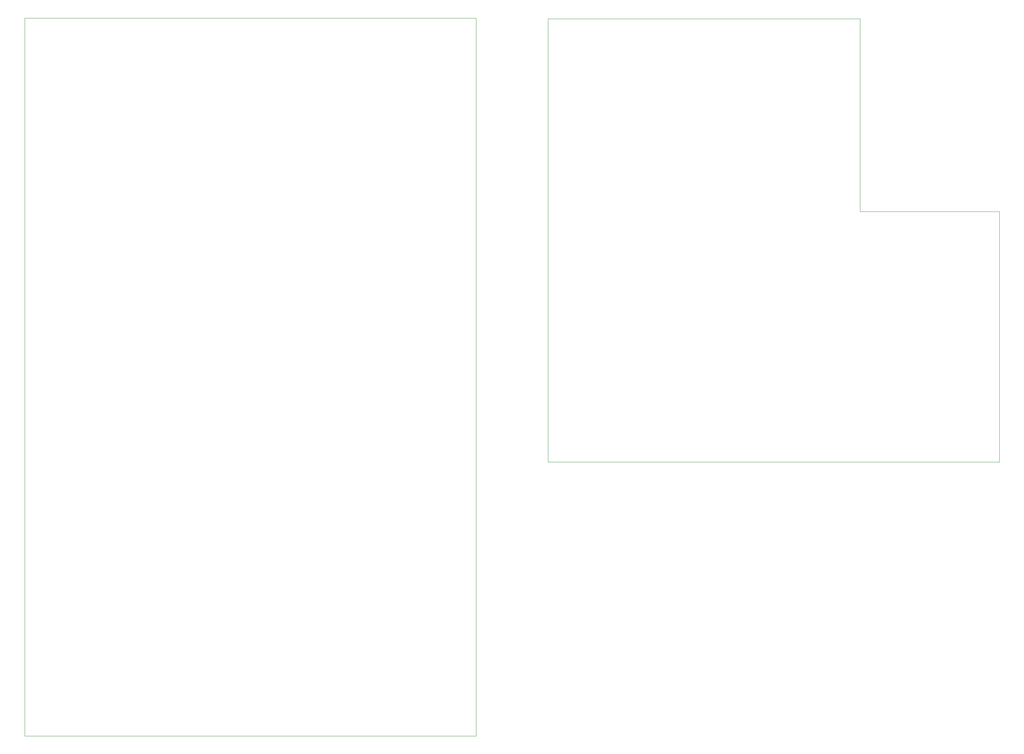
<source format=gko>
%TF.GenerationSoftware,KiCad,Pcbnew,7.0.6-7.0.6~ubuntu22.04.1*%
%TF.CreationDate,2023-07-19T17:33:20+03:00*%
%TF.ProjectId,supply,73757070-6c79-42e6-9b69-6361645f7063,rev?*%
%TF.SameCoordinates,Original*%
%TF.FileFunction,Profile,NP*%
%FSLAX46Y46*%
G04 Gerber Fmt 4.6, Leading zero omitted, Abs format (unit mm)*
G04 Created by KiCad (PCBNEW 7.0.6-7.0.6~ubuntu22.04.1) date 2023-07-19 17:33:20*
%MOMM*%
%LPD*%
G01*
G04 APERTURE LIST*
%TA.AperFunction,Profile*%
%ADD10C,0.100000*%
%TD*%
G04 APERTURE END LIST*
D10*
X290000000Y-61000000D02*
X214000000Y-61000000D01*
X86475000Y-60800000D02*
X196475000Y-60800000D01*
X196475000Y-235800000D01*
X86475000Y-235800000D01*
X86475000Y-60800000D01*
X214000000Y-169000000D02*
X324000000Y-169000000D01*
X214000000Y-61000000D02*
X214000000Y-169000000D01*
X324000000Y-108000000D02*
X290000000Y-108000000D01*
X290000000Y-108000000D02*
X290000000Y-61000000D01*
X324000000Y-169000000D02*
X324000000Y-108000000D01*
M02*

</source>
